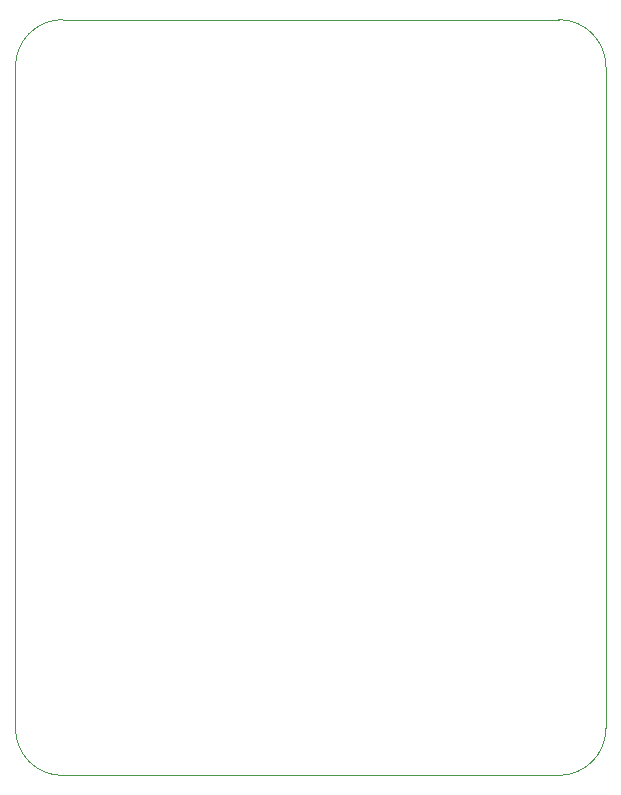
<source format=gbr>
G04 #@! TF.FileFunction,Profile,NP*
%FSLAX46Y46*%
G04 Gerber Fmt 4.6, Leading zero omitted, Abs format (unit mm)*
G04 Created by KiCad (PCBNEW 4.0.3+e1-6302~38~ubuntu15.04.1-stable) date Fri Aug 26 22:40:40 2016*
%MOMM*%
%LPD*%
G01*
G04 APERTURE LIST*
%ADD10C,0.100000*%
G04 APERTURE END LIST*
D10*
X101000000Y-40000000D02*
X59000000Y-40000000D01*
X59000000Y-104000000D02*
X101000000Y-104000000D01*
X105000000Y-100000000D02*
X105000000Y-44000000D01*
X55000000Y-44000000D02*
X55000000Y-100000000D01*
X101000000Y-104000000D02*
G75*
G03X105000000Y-100000000I0J4000000D01*
G01*
X55000000Y-100000000D02*
G75*
G03X59000000Y-104000000I4000000J0D01*
G01*
X59000000Y-40000000D02*
G75*
G03X55000000Y-44000000I0J-4000000D01*
G01*
X105000000Y-44000000D02*
G75*
G03X101000000Y-40000000I-4000000J0D01*
G01*
M02*

</source>
